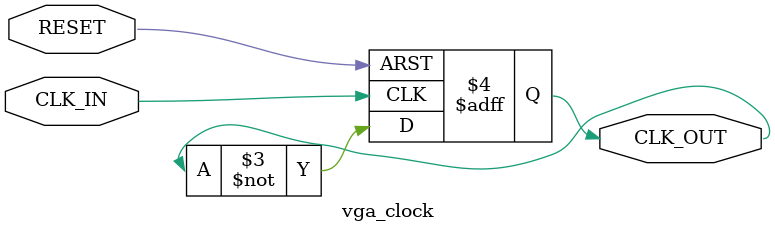
<source format=v>
module vga_clock (

	input wire  CLK_IN,
	input wire  RESET,
	output reg  CLK_OUT
);

	 wire reset_n;
    assign reset_n = ~RESET;

    always @(posedge CLK_IN or posedge reset_n) begin
        if (reset_n) begin
            CLK_OUT <= 1'b0;
        end else begin
            CLK_OUT <= ~CLK_OUT;
        end
    end

endmodule
</source>
